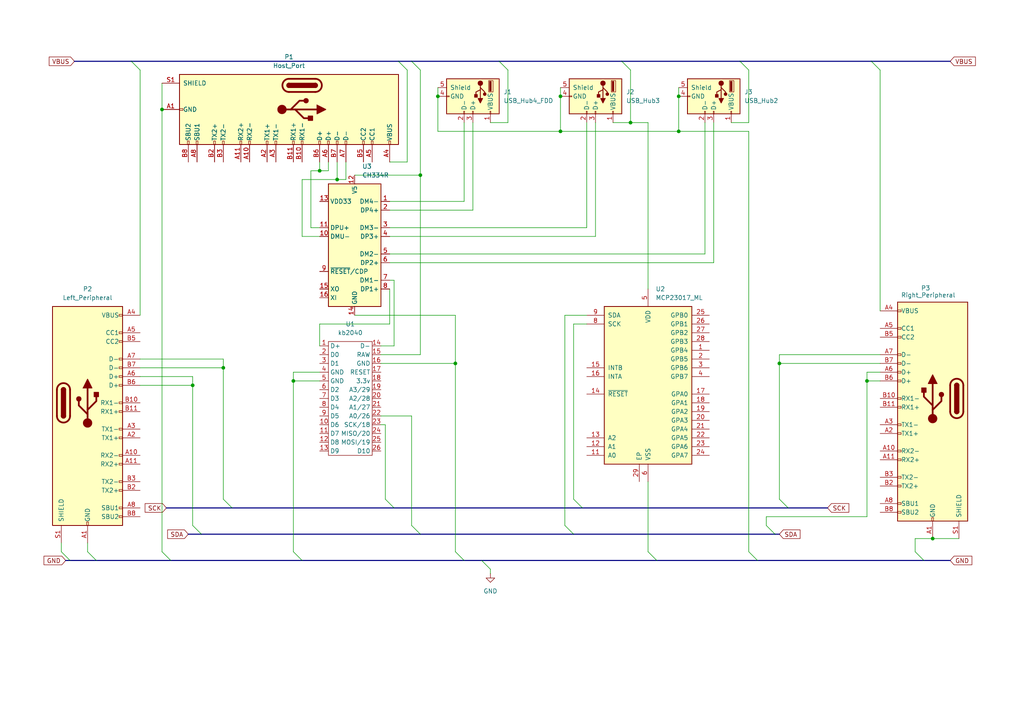
<source format=kicad_sch>
(kicad_sch (version 20231120) (generator "eeschema") (generator_version "8.0")
  (paper "A4")
  (lib_symbols
    (symbol "Connector:USB_A" (pin_names (offset 1.016))
      (property "Reference" "J" (at -5.08 11.43 0))
      (property "Value" "USB_A" (at -5.08 8.89 0))
      (symbol "USB_A_0_1"
        (rectangle (start -5.08 -7.62) (end 5.08 7.62) (stroke (width 0.254)) (fill (type background)))
        (circle (center -3.81 2.159) (radius 0.635) (stroke (width 0.254)) (fill (type outline)))
        (rectangle (start -1.524 4.826) (end -4.318 5.334) (fill (type outline)))
        (rectangle (start -1.27 4.572) (end -4.572 5.842))
        (circle (center -0.635 3.429) (radius 0.381) (stroke (width 0.254)) (fill (type outline)))
        (rectangle (start -0.127 -7.62) (end 0.127 -6.858))
        (polyline (pts (xy -3.175 2.159) (xy -2.54 2.159) (xy -1.27 3.429) (xy -0.635 3.429)) (stroke (width 0.254)))
        (polyline (pts (xy -2.54 2.159) (xy -1.905 2.159) (xy -1.27 0.889) (xy 0 0.889)) (stroke (width 0.254)))
        (polyline (pts (xy 0.635 2.794) (xy 0.635 1.524) (xy 1.905 2.159) (xy 0.635 2.794)) (stroke (width 0.254)) (fill (type outline)))
        (rectangle (start 0.254 1.27) (end -0.508 0.508) (stroke (width 0.254)) (fill (type outline)))
        (rectangle (start 5.08 -2.667) (end 4.318 -2.413))
        (rectangle (start 5.08 -0.127) (end 4.318 0.127))
        (rectangle (start 5.08 4.953) (end 4.318 5.207))
      )
      (symbol "USB_A_1_1"
        (polyline (pts (xy -1.905 2.159) (xy 0.635 2.159)) (stroke (width 0.254)))
        (pin power_in line (at 7.62 5.08 180) (length 2.54) (name "VBUS") (number "1"))
        (pin bidirectional line (at 7.62 -2.54 180) (length 2.54) (name "D-") (number "2"))
        (pin bidirectional line (at 7.62 0 180) (length 2.54) (name "D+") (number "3"))
        (pin power_in line (at 0 -10.16 90) (length 2.54) (name "GND") (number "4"))
        (pin passive line (at -2.54 -10.16 90) (length 2.54) (name "Shield") (number "5"))
      )
    )
    (symbol "Connector:USB_C_Receptacle" (pin_names (offset 1.016))
      (property "Reference" "J" (at -10.16 29.21 0))
      (property "Value" "USB_C_Receptacle" (at 10.16 29.21 0))
      (symbol "USB_C_Receptacle_0_0"
        (rectangle (start -0.254 -35.56) (end 0.254 -34.544))
        (rectangle (start 10.16 -32.766) (end 9.144 -33.274))
        (rectangle (start 10.16 -30.226) (end 9.144 -30.734))
        (rectangle (start 10.16 -25.146) (end 9.144 -25.654))
        (rectangle (start 10.16 -22.606) (end 9.144 -23.114))
        (rectangle (start 10.16 -17.526) (end 9.144 -18.034))
        (rectangle (start 10.16 -14.986) (end 9.144 -15.494))
        (rectangle (start 10.16 -9.906) (end 9.144 -10.414))
        (rectangle (start 10.16 -7.366) (end 9.144 -7.874))
        (rectangle (start 10.16 -2.286) (end 9.144 -2.794))
        (rectangle (start 10.16 0.254) (end 9.144 -0.254))
        (rectangle (start 10.16 5.334) (end 9.144 4.826))
        (rectangle (start 10.16 7.874) (end 9.144 7.366))
        (rectangle (start 10.16 10.414) (end 9.144 9.906))
        (rectangle (start 10.16 12.954) (end 9.144 12.446))
        (rectangle (start 10.16 18.034) (end 9.144 17.526))
        (rectangle (start 10.16 20.574) (end 9.144 20.066))
        (rectangle (start 10.16 25.654) (end 9.144 25.146))
      )
      (symbol "USB_C_Receptacle_0_1"
        (rectangle (start -10.16 27.94) (end 10.16 -35.56) (stroke (width 0.254)) (fill (type background)))
        (arc (start -8.89 -3.81) (mid -6.985 -5.7067) (end -5.08 -3.81) (stroke (width 0.508)))
        (arc (start -7.62 -3.81) (mid -6.985 -4.4423) (end -6.35 -3.81) (stroke (width 0.254)))
        (arc (start -7.62 -3.81) (mid -6.985 -4.4423) (end -6.35 -3.81) (stroke (width 0.254)) (fill (type outline)))
        (rectangle (start -7.62 -3.81) (end -6.35 3.81) (stroke (width 0.254)) (fill (type outline)))
        (arc (start -6.35 3.81) (mid -6.985 4.4423) (end -7.62 3.81) (stroke (width 0.254)))
        (arc (start -6.35 3.81) (mid -6.985 4.4423) (end -7.62 3.81) (stroke (width 0.254)) (fill (type outline)))
        (arc (start -5.08 3.81) (mid -6.985 5.7067) (end -8.89 3.81) (stroke (width 0.508)))
        (polyline (pts (xy -8.89 -3.81) (xy -8.89 3.81)) (stroke (width 0.508)))
        (polyline (pts (xy -5.08 3.81) (xy -5.08 -3.81)) (stroke (width 0.508)))
      )
      (symbol "USB_C_Receptacle_1_1"
        (circle (center -2.54 1.143) (radius 0.635) (stroke (width 0.254)) (fill (type outline)))
        (circle (center 0 -5.842) (radius 1.27) (fill (type outline)))
        (polyline (pts (xy 0 -5.842) (xy 0 4.318)) (stroke (width 0.508)))
        (polyline (pts (xy 0 -3.302) (xy -2.54 -0.762) (xy -2.54 0.508)) (stroke (width 0.508)))
        (polyline (pts (xy 0 -2.032) (xy 2.54 0.508) (xy 2.54 1.778)) (stroke (width 0.508)))
        (polyline (pts (xy -1.27 4.318) (xy 0 6.858) (xy 1.27 4.318) (xy -1.27 4.318)) (stroke (width 0.254)) (fill (type outline)))
        (rectangle (start 1.905 1.778) (end 3.175 3.048) (stroke (width 0.254)) (fill (type outline)))
        (pin passive line (at 0 -40.64 90) (length 5.08) (name "GND") (number "A1"))
        (pin bidirectional line (at 15.24 -15.24 180) (length 5.08) (name "RX2-") (number "A10"))
        (pin bidirectional line (at 15.24 -17.78 180) (length 5.08) (name "RX2+") (number "A11"))
        (pin passive line (at 0 -40.64 90) (length 5.08) hide (name "GND") (number "A12"))
        (pin bidirectional line (at 15.24 -10.16 180) (length 5.08) (name "TX1+") (number "A2"))
        (pin bidirectional line (at 15.24 -7.62 180) (length 5.08) (name "TX1-") (number "A3"))
        (pin passive line (at 15.24 25.4 180) (length 5.08) (name "VBUS") (number "A4"))
        (pin bidirectional line (at 15.24 20.32 180) (length 5.08) (name "CC1") (number "A5"))
        (pin bidirectional line (at 15.24 7.62 180) (length 5.08) (name "D+") (number "A6"))
        (pin bidirectional line (at 15.24 12.7 180) (length 5.08) (name "D-") (number "A7"))
        (pin bidirectional line (at 15.24 -30.48 180) (length 5.08) (name "SBU1") (number "A8"))
        (pin passive line (at 15.24 25.4 180) (length 5.08) hide (name "VBUS") (number "A9"))
        (pin passive line (at 0 -40.64 90) (length 5.08) hide (name "GND") (number "B1"))
        (pin bidirectional line (at 15.24 0 180) (length 5.08) (name "RX1-") (number "B10"))
        (pin bidirectional line (at 15.24 -2.54 180) (length 5.08) (name "RX1+") (number "B11"))
        (pin passive line (at 0 -40.64 90) (length 5.08) hide (name "GND") (number "B12"))
        (pin bidirectional line (at 15.24 -25.4 180) (length 5.08) (name "TX2+") (number "B2"))
        (pin bidirectional line (at 15.24 -22.86 180) (length 5.08) (name "TX2-") (number "B3"))
        (pin passive line (at 15.24 25.4 180) (length 5.08) hide (name "VBUS") (number "B4"))
        (pin bidirectional line (at 15.24 17.78 180) (length 5.08) (name "CC2") (number "B5"))
        (pin bidirectional line (at 15.24 5.08 180) (length 5.08) (name "D+") (number "B6"))
        (pin bidirectional line (at 15.24 10.16 180) (length 5.08) (name "D-") (number "B7"))
        (pin bidirectional line (at 15.24 -33.02 180) (length 5.08) (name "SBU2") (number "B8"))
        (pin passive line (at 15.24 25.4 180) (length 5.08) hide (name "VBUS") (number "B9"))
        (pin passive line (at -7.62 -40.64 90) (length 5.08) (name "SHIELD") (number "S1"))
      )
    )
    (symbol "Interface_Expansion:MCP23017_ML" (pin_names (offset 1.016))
      (property "Reference" "U" (at -11.43 24.13 0))
      (property "Value" "MCP23017_ML" (at 0 0 0))
      (symbol "MCP23017_ML_0_1"
        (rectangle (start -12.7 22.86) (end 12.7 -22.86) (stroke (width 0.254)) (fill (type background)))
      )
      (symbol "MCP23017_ML_1_1"
        (pin bidirectional line (at 17.78 10.16 180) (length 5.08) (name "GPB4") (number "1"))
        (pin no_connect line (at -12.7 12.7 0) (length 5.08) hide (name "NC") (number "10"))
        (pin input line (at -17.78 -20.32 0) (length 5.08) (name "A0") (number "11"))
        (pin input line (at -17.78 -17.78 0) (length 5.08) (name "A1") (number "12"))
        (pin input line (at -17.78 -15.24 0) (length 5.08) (name "A2") (number "13"))
        (pin input line (at -17.78 -2.54 0) (length 5.08) (name "~{RESET}") (number "14"))
        (pin tri_state line (at -17.78 5.08 0) (length 5.08) (name "INTB") (number "15"))
        (pin tri_state line (at -17.78 2.54 0) (length 5.08) (name "INTA") (number "16"))
        (pin bidirectional line (at 17.78 -2.54 180) (length 5.08) (name "GPA0") (number "17"))
        (pin bidirectional line (at 17.78 -5.08 180) (length 5.08) (name "GPA1") (number "18"))
        (pin bidirectional line (at 17.78 -7.62 180) (length 5.08) (name "GPA2") (number "19"))
        (pin bidirectional line (at 17.78 7.62 180) (length 5.08) (name "GPB5") (number "2"))
        (pin bidirectional line (at 17.78 -10.16 180) (length 5.08) (name "GPA3") (number "20"))
        (pin bidirectional line (at 17.78 -12.7 180) (length 5.08) (name "GPA4") (number "21"))
        (pin bidirectional line (at 17.78 -15.24 180) (length 5.08) (name "GPA5") (number "22"))
        (pin bidirectional line (at 17.78 -17.78 180) (length 5.08) (name "GPA6") (number "23"))
        (pin bidirectional line (at 17.78 -20.32 180) (length 5.08) (name "GPA7") (number "24"))
        (pin bidirectional line (at 17.78 20.32 180) (length 5.08) (name "GPB0") (number "25"))
        (pin bidirectional line (at 17.78 17.78 180) (length 5.08) (name "GPB1") (number "26"))
        (pin bidirectional line (at 17.78 15.24 180) (length 5.08) (name "GPB2") (number "27"))
        (pin bidirectional line (at 17.78 12.7 180) (length 5.08) (name "GPB3") (number "28"))
        (pin passive line (at -2.54 -27.94 90) (length 5.08) (name "EP") (number "29"))
        (pin bidirectional line (at 17.78 5.08 180) (length 5.08) (name "GPB6") (number "3"))
        (pin bidirectional line (at 17.78 2.54 180) (length 5.08) (name "GPB7") (number "4"))
        (pin power_in line (at 0 27.94 270) (length 5.08) (name "VDD") (number "5"))
        (pin power_in line (at 0 -27.94 90) (length 5.08) (name "VSS") (number "6"))
        (pin no_connect line (at -12.7 15.24 0) (length 5.08) hide (name "NC") (number "7"))
        (pin input line (at -17.78 17.78 0) (length 5.08) (name "SCK") (number "8"))
        (pin bidirectional line (at -17.78 20.32 0) (length 5.08) (name "SDA") (number "9"))
      )
    )
    (symbol "Interface_USB:CH334R"
      (property "Reference" "U" (at -7.62 20.32 0))
      (property "Value" "CH334R" (at 2.54 20.32 0))
      (symbol "CH334R_0_1"
        (rectangle (start -7.62 17.78) (end 7.62 -17.78) (stroke (width 0.254)) (fill (type background)))
      )
      (symbol "CH334R_1_1"
        (pin bidirectional line (at 10.16 12.7 180) (length 2.54) (name "DM4-") (number "1"))
        (pin bidirectional line (at -10.16 2.54 0) (length 2.54) (name "DMU-") (number "10"))
        (pin bidirectional line (at -10.16 5.08 0) (length 2.54) (name "DPU+") (number "11"))
        (pin power_in line (at 0 20.32 270) (length 2.54) (name "V5") (number "12"))
        (pin passive line (at -10.16 12.7 0) (length 2.54) (name "VDD33") (number "13"))
        (pin power_in line (at 0 -20.32 90) (length 2.54) (name "GND") (number "14"))
        (pin passive line (at -10.16 -12.7 0) (length 2.54) (name "XO") (number "15"))
        (pin passive line (at -10.16 -15.24 0) (length 2.54) (name "XI") (number "16"))
        (pin bidirectional line (at 10.16 10.16 180) (length 2.54) (name "DP4+") (number "2"))
        (pin bidirectional line (at 10.16 5.08 180) (length 2.54) (name "DM3-") (number "3"))
        (pin bidirectional line (at 10.16 2.54 180) (length 2.54) (name "DP3+") (number "4"))
        (pin bidirectional line (at 10.16 -2.54 180) (length 2.54) (name "DM2-") (number "5"))
        (pin bidirectional line (at 10.16 -5.08 180) (length 2.54) (name "DP2+") (number "6"))
        (pin bidirectional line (at 10.16 -10.16 180) (length 2.54) (name "DM1-") (number "7"))
        (pin bidirectional line (at 10.16 -12.7 180) (length 2.54) (name "DP1+") (number "8"))
        (pin input line (at -10.16 -7.62 0) (length 2.54) (name "~{RESET}/CDP") (number "9"))
      )
    )
    (symbol "kb2040:kb2040"
      (property "Reference" "U" (at 0 0 0))
      (property "Value" "kb2040" (at 0 -2.54 0))
      (property "Footprint" "kb2040" (at 0 0 0))
      (symbol "kb2040_0_1"
        (rectangle (start 0 -3.81) (end 12.7 -36.83) (stroke (width 0.1524)))
      )
      (symbol "kb2040_1_1"
        (pin bidirectional line (at -2.54 -5.08 0) (length 2.54) (name "D+") (number "1"))
        (pin bidirectional line (at -2.54 -27.94 0) (length 2.54) (name "D6") (number "10"))
        (pin bidirectional line (at -2.54 -30.48 0) (length 2.54) (name "D7") (number "11"))
        (pin bidirectional line (at -2.54 -33.02 0) (length 2.54) (name "D8") (number "12"))
        (pin bidirectional line (at -2.54 -35.56 0) (length 2.54) (name "D9") (number "13"))
        (pin bidirectional line (at 15.24 -5.08 180) (length 2.54) (name "D-") (number "14"))
        (pin bidirectional line (at 15.24 -7.62 180) (length 2.54) (name "RAW") (number "15"))
        (pin bidirectional line (at 15.24 -10.16 180) (length 2.54) (name "GND") (number "16"))
        (pin bidirectional line (at 15.24 -12.7 180) (length 2.54) (name "RESET") (number "17"))
        (pin bidirectional line (at 15.24 -15.24 180) (length 2.54) (name "3.3v") (number "18"))
        (pin bidirectional line (at 15.24 -17.78 180) (length 2.54) (name "A3/29") (number "19"))
        (pin bidirectional line (at -2.54 -7.62 0) (length 2.54) (name "D0") (number "2"))
        (pin bidirectional line (at 15.24 -20.32 180) (length 2.54) (name "A2/28") (number "20"))
        (pin bidirectional line (at 15.24 -22.86 180) (length 2.54) (name "A1/27") (number "21"))
        (pin bidirectional line (at 15.24 -25.4 180) (length 2.54) (name "A0/26") (number "22"))
        (pin bidirectional line (at 15.24 -27.94 180) (length 2.54) (name "SCK/18") (number "23"))
        (pin bidirectional line (at 15.24 -30.48 180) (length 2.54) (name "MISO/20") (number "24"))
        (pin bidirectional line (at 15.24 -33.02 180) (length 2.54) (name "MOSI/19") (number "25"))
        (pin bidirectional line (at 15.24 -35.56 180) (length 2.54) (name "D10") (number "26"))
        (pin bidirectional line (at -2.54 -10.16 0) (length 2.54) (name "D1") (number "3"))
        (pin bidirectional line (at -2.54 -12.7 0) (length 2.54) (name "GND") (number "4"))
        (pin bidirectional line (at -2.54 -15.24 0) (length 2.54) (name "GND") (number "5"))
        (pin bidirectional line (at -2.54 -17.78 0) (length 2.54) (name "D2") (number "6"))
        (pin bidirectional line (at -2.54 -20.32 0) (length 2.54) (name "D3") (number "7"))
        (pin bidirectional line (at -2.54 -22.86 0) (length 2.54) (name "D4") (number "8"))
        (pin bidirectional line (at -2.54 -25.4 0) (length 2.54) (name "D5") (number "9"))
      )
    )
    (symbol "power:GND" (power) (pin_numbers hide) (pin_names (offset 0) hide)
      (property "Value" "GND" (at 0 -3.81 0))
      (symbol "GND_0_1"
        (polyline (pts (xy 0 0) (xy 0 -1.27) (xy 1.27 -1.27) (xy 0 -2.54) (xy -1.27 -1.27) (xy 0 -1.27)))
      )
      (symbol "GND_1_1"
        (pin power_in line (at 0 0 270) (length 0) (name "~") (number "1"))
      )
    )
  )
  (junction (at 55.88 111.76))
  (junction (at 196.85 38.1))
  (junction (at 121.92 50.8))
  (junction (at 97.79 52.07))
  (junction (at 196.85 27.94))
  (junction (at 270.51 156.21))
  (junction (at 46.99 31.75))
  (junction (at 162.56 27.94))
  (junction (at 127 27.94))
  (junction (at 226.06 105.41))
  (junction (at 251.46 110.49))
  (junction (at 85.09 110.49))
  (junction (at 92.71 49.53))
  (junction (at 132.08 105.41))
  (junction (at 64.77 106.68))
  (junction (at 162.56 38.1))
  (junction (at 182.88 35.56))
  (bus_entry (at 46.99 160.02) (size 2.54 2.54))
  (bus_entry (at 64.77 144.78) (size 2.54 2.54))
  (bus_entry (at 187.96 160.02) (size 2.54 2.54))
  (bus_entry (at 132.08 160.02) (size 2.54 2.54))
  (bus_entry (at 265.43 160.02) (size 2.54 2.54))
  (bus_entry (at 119.38 152.4) (size 2.54 2.54))
  (bus_entry (at 85.09 160.02) (size 2.54 2.54))
  (bus_entry (at 214.63 17.78) (size 2.54 2.54))
  (bus_entry (at 119.38 17.78) (size 2.54 2.54))
  (bus_entry (at 55.88 152.4) (size 2.54 2.54))
  (bus_entry (at 217.17 160.02) (size 2.54 2.54))
  (bus_entry (at 180.34 17.78) (size 2.54 2.54))
  (bus_entry (at 111.76 144.78) (size 2.54 2.54))
  (bus_entry (at 222.25 152.4) (size 2.54 2.54))
  (bus_entry (at 17.78 160.02) (size 2.54 2.54))
  (bus_entry (at 139.7 162.56) (size 2.54 2.54))
  (bus_entry (at 25.4 160.02) (size 2.54 2.54))
  (bus_entry (at 115.57 17.78) (size 2.54 2.54))
  (bus_entry (at 144.78 17.78) (size 2.54 2.54))
  (bus_entry (at 252.73 17.78) (size 2.54 2.54))
  (bus_entry (at 163.83 152.4) (size 2.54 2.54))
  (bus_entry (at 166.37 144.78) (size 2.54 2.54))
  (bus_entry (at 38.1 17.78) (size 2.54 2.54))
  (bus_entry (at 226.06 144.78) (size 2.54 2.54))
  (wire (pts (xy 110.49 120.65) (xy 119.38 120.65)))
  (wire (pts (xy 113.03 93.98) (xy 92.71 93.98)))
  (wire (pts (xy 196.85 38.1) (xy 196.85 27.94)))
  (wire (pts (xy 251.46 110.49) (xy 255.27 110.49)))
  (wire (pts (xy 121.92 102.87) (xy 121.92 50.8)))
  (wire (pts (xy 121.92 50.8) (xy 102.87 50.8)))
  (bus (pts (xy 115.57 17.78) (xy 119.38 17.78)))
  (bus (pts (xy 20.32 162.56) (xy 27.94 162.56)))
  (wire (pts (xy 265.43 156.21) (xy 265.43 160.02)))
  (wire (pts (xy 170.18 66.04) (xy 170.18 35.56)))
  (wire (pts (xy 92.71 66.04) (xy 90.17 66.04)))
  (wire (pts (xy 177.8 35.56) (xy 182.88 35.56)))
  (wire (pts (xy 85.09 107.95) (xy 85.09 110.49)))
  (wire (pts (xy 119.38 120.65) (xy 119.38 152.4)))
  (wire (pts (xy 162.56 27.94) (xy 162.56 38.1)))
  (wire (pts (xy 113.03 66.04) (xy 170.18 66.04)))
  (wire (pts (xy 113.03 60.96) (xy 137.16 60.96)))
  (wire (pts (xy 127 38.1) (xy 162.56 38.1)))
  (wire (pts (xy 90.17 49.53) (xy 92.71 49.53)))
  (wire (pts (xy 196.85 27.94) (xy 196.85 25.4)))
  (bus (pts (xy 252.73 17.78) (xy 275.59 17.78)))
  (wire (pts (xy 163.83 91.44) (xy 170.18 91.44)))
  (wire (pts (xy 92.71 107.95) (xy 85.09 107.95)))
  (wire (pts (xy 64.77 106.68) (xy 64.77 104.14)))
  (wire (pts (xy 121.92 20.32) (xy 121.92 50.8)))
  (wire (pts (xy 114.3 100.33) (xy 110.49 100.33)))
  (bus (pts (xy 134.62 162.56) (xy 139.7 162.56)))
  (bus (pts (xy 27.94 162.56) (xy 49.53 162.56)))
  (wire (pts (xy 110.49 102.87) (xy 121.92 102.87)))
  (wire (pts (xy 147.32 35.56) (xy 142.24 35.56)))
  (bus (pts (xy 224.79 154.94) (xy 226.06 154.94)))
  (wire (pts (xy 265.43 156.21) (xy 270.51 156.21)))
  (bus (pts (xy 180.34 17.78) (xy 214.63 17.78)))
  (wire (pts (xy 251.46 149.86) (xy 251.46 110.49)))
  (wire (pts (xy 162.56 25.4) (xy 162.56 27.94)))
  (wire (pts (xy 147.32 20.32) (xy 147.32 35.56)))
  (bus (pts (xy 168.91 147.32) (xy 228.6 147.32)))
  (wire (pts (xy 25.4 157.48) (xy 25.4 160.02)))
  (wire (pts (xy 251.46 107.95) (xy 255.27 107.95)))
  (wire (pts (xy 110.49 123.19) (xy 111.76 123.19)))
  (wire (pts (xy 142.24 165.1) (xy 142.24 166.37)))
  (wire (pts (xy 226.06 105.41) (xy 226.06 102.87)))
  (wire (pts (xy 55.88 111.76) (xy 55.88 152.4)))
  (wire (pts (xy 46.99 24.13) (xy 46.99 31.75)))
  (wire (pts (xy 55.88 109.22) (xy 55.88 111.76)))
  (wire (pts (xy 222.25 149.86) (xy 251.46 149.86)))
  (wire (pts (xy 162.56 38.1) (xy 196.85 38.1)))
  (wire (pts (xy 187.96 83.82) (xy 187.96 35.56)))
  (wire (pts (xy 64.77 104.14) (xy 40.64 104.14)))
  (bus (pts (xy 48.26 147.32) (xy 67.31 147.32)))
  (bus (pts (xy 87.63 162.56) (xy 134.62 162.56)))
  (wire (pts (xy 92.71 68.58) (xy 87.63 68.58)))
  (bus (pts (xy 67.31 147.32) (xy 114.3 147.32)))
  (bus (pts (xy 219.71 162.56) (xy 267.97 162.56)))
  (wire (pts (xy 102.87 91.44) (xy 132.08 91.44)))
  (wire (pts (xy 40.64 20.32) (xy 40.64 91.44)))
  (bus (pts (xy 114.3 147.32) (xy 168.91 147.32)))
  (wire (pts (xy 92.71 49.53) (xy 95.25 49.53)))
  (wire (pts (xy 172.72 68.58) (xy 172.72 35.56)))
  (wire (pts (xy 270.51 156.21) (xy 278.13 156.21)))
  (wire (pts (xy 217.17 160.02) (xy 217.17 38.1)))
  (wire (pts (xy 40.64 106.68) (xy 64.77 106.68)))
  (wire (pts (xy 255.27 20.32) (xy 255.27 90.17)))
  (bus (pts (xy 49.53 162.56) (xy 87.63 162.56)))
  (bus (pts (xy 38.1 17.78) (xy 115.57 17.78)))
  (wire (pts (xy 85.09 110.49) (xy 85.09 160.02)))
  (wire (pts (xy 113.03 81.28) (xy 114.3 81.28)))
  (wire (pts (xy 132.08 91.44) (xy 132.08 105.41)))
  (wire (pts (xy 113.03 83.82) (xy 113.03 93.98)))
  (wire (pts (xy 204.47 73.66) (xy 204.47 35.56)))
  (wire (pts (xy 182.88 35.56) (xy 182.88 20.32)))
  (wire (pts (xy 113.03 58.42) (xy 134.62 58.42)))
  (wire (pts (xy 92.71 93.98) (xy 92.71 100.33)))
  (bus (pts (xy 166.37 154.94) (xy 224.79 154.94)))
  (bus (pts (xy 267.97 162.56) (xy 275.59 162.56)))
  (wire (pts (xy 134.62 58.42) (xy 134.62 35.56)))
  (wire (pts (xy 100.33 46.99) (xy 100.33 52.07)))
  (wire (pts (xy 111.76 123.19) (xy 111.76 144.78)))
  (bus (pts (xy 121.92 154.94) (xy 166.37 154.94)))
  (wire (pts (xy 251.46 110.49) (xy 251.46 107.95)))
  (wire (pts (xy 187.96 160.02) (xy 187.96 139.7)))
  (wire (pts (xy 226.06 144.78) (xy 226.06 105.41)))
  (wire (pts (xy 114.3 81.28) (xy 114.3 100.33)))
  (wire (pts (xy 87.63 68.58) (xy 87.63 52.07)))
  (wire (pts (xy 132.08 105.41) (xy 132.08 160.02)))
  (wire (pts (xy 92.71 46.99) (xy 92.71 49.53)))
  (wire (pts (xy 127 27.94) (xy 127 38.1)))
  (wire (pts (xy 127 25.4) (xy 127 27.94)))
  (wire (pts (xy 100.33 52.07) (xy 97.79 52.07)))
  (bus (pts (xy 119.38 17.78) (xy 144.78 17.78)))
  (wire (pts (xy 226.06 102.87) (xy 255.27 102.87)))
  (bus (pts (xy 21.59 17.78) (xy 38.1 17.78)))
  (wire (pts (xy 97.79 52.07) (xy 97.79 46.99)))
  (wire (pts (xy 95.25 49.53) (xy 95.25 46.99)))
  (wire (pts (xy 90.17 66.04) (xy 90.17 49.53)))
  (wire (pts (xy 40.64 109.22) (xy 55.88 109.22)))
  (wire (pts (xy 163.83 152.4) (xy 163.83 91.44)))
  (wire (pts (xy 113.03 46.99) (xy 118.11 46.99)))
  (bus (pts (xy 190.5 162.56) (xy 219.71 162.56)))
  (wire (pts (xy 166.37 144.78) (xy 166.37 93.98)))
  (wire (pts (xy 110.49 105.41) (xy 132.08 105.41)))
  (wire (pts (xy 113.03 68.58) (xy 172.72 68.58)))
  (wire (pts (xy 187.96 35.56) (xy 182.88 35.56)))
  (wire (pts (xy 166.37 93.98) (xy 170.18 93.98)))
  (wire (pts (xy 85.09 110.49) (xy 92.71 110.49)))
  (wire (pts (xy 113.03 73.66) (xy 204.47 73.66)))
  (wire (pts (xy 118.11 46.99) (xy 118.11 20.32)))
  (bus (pts (xy 58.42 154.94) (xy 121.92 154.94)))
  (wire (pts (xy 217.17 38.1) (xy 196.85 38.1)))
  (wire (pts (xy 64.77 144.78) (xy 64.77 106.68)))
  (wire (pts (xy 217.17 20.32) (xy 217.17 35.56)))
  (bus (pts (xy 144.78 17.78) (xy 180.34 17.78)))
  (wire (pts (xy 87.63 52.07) (xy 97.79 52.07)))
  (bus (pts (xy 214.63 17.78) (xy 252.73 17.78)))
  (wire (pts (xy 137.16 60.96) (xy 137.16 35.56)))
  (wire (pts (xy 222.25 152.4) (xy 222.25 149.86)))
  (bus (pts (xy 139.7 162.56) (xy 190.5 162.56)))
  (wire (pts (xy 40.64 111.76) (xy 55.88 111.76)))
  (wire (pts (xy 113.03 76.2) (xy 207.01 76.2)))
  (wire (pts (xy 17.78 157.48) (xy 17.78 160.02)))
  (bus (pts (xy 54.61 154.94) (xy 58.42 154.94)))
  (wire (pts (xy 217.17 35.56) (xy 212.09 35.56)))
  (wire (pts (xy 226.06 105.41) (xy 255.27 105.41)))
  (wire (pts (xy 207.01 76.2) (xy 207.01 35.56)))
  (bus (pts (xy 228.6 147.32) (xy 240.03 147.32)))
  (bus (pts (xy 19.05 162.56) (xy 20.32 162.56)))
  (wire (pts (xy 46.99 31.75) (xy 46.99 160.02)))
  (global_label "VBUS" (shape input) (at 21.59 17.78 180) (property "Intersheetrefs" "${INTERSHEET_REFS}" (effects (hide yes))))
  (global_label "GND" (shape input) (at 275.59 162.56 0) (property "Intersheetrefs" "${INTERSHEET_REFS}" (effects (hide yes))))
  (global_label "SDA" (shape input) (at 226.06 154.94 0) (property "Intersheetrefs" "${INTERSHEET_REFS}" (effects (hide yes))))
  (global_label "SCK" (shape input) (at 48.26 147.32 180) (property "Intersheetrefs" "${INTERSHEET_REFS}" (effects (hide yes))))
  (global_label "SCK" (shape input) (at 240.03 147.32 0) (property "Intersheetrefs" "${INTERSHEET_REFS}" (effects (hide yes))))
  (global_label "GND" (shape input) (at 19.05 162.56 180) (property "Intersheetrefs" "${INTERSHEET_REFS}" (effects (hide yes))))
  (global_label "SDA" (shape input) (at 54.61 154.94 180) (property "Intersheetrefs" "${INTERSHEET_REFS}" (effects (hide yes))))
  (global_label "VBUS" (shape input) (at 275.59 17.78 0) (property "Intersheetrefs" "${INTERSHEET_REFS}" (effects (hide yes))))
  (symbol (lib_id "Connector:USB_A") (at 207.01 27.94 270) (unit 1)
    (property "Reference" "J3" (at 215.9 26.6699 90) (effects (justify left)))
    (property "Value" "USB_Hub2" (at 215.9 29.2099 90) (effects (justify left)))
    (property "Description" "USB Type A connector" (effects (hide yes)))
  )
  (symbol (lib_id "Connector:USB_C_Receptacle") (at 25.4 116.84 0) (unit 1)
    (property "Reference" "P2" (at 25.4 83.82 0))
    (property "Value" "Left_Peripheral" (at 25.4 86.36 0))
    (property "Datasheet" "https://www.usb.org/sites/default/files/documents/usb_type-c.zip" (effects (hide yes)))
    (property "Description" "USB Full-Featured Type-C Receptacle connector" (effects (hide yes)))
  )
  (symbol (lib_id "Interface_Expansion:MCP23017_ML") (at 187.96 111.76 0) (unit 1)
    (property "Reference" "U2" (at 190.1541 83.82 0) (effects (justify left)))
    (property "Value" "MCP23017_ML" (at 190.1541 86.36 0) (effects (justify left)))
    (property "Footprint" "Package_DFN_QFN:QFN-28-1EP_6x6mm_P0.65mm_EP4.25x4.25mm" (effects (hide yes)))
    (property "Datasheet" "http://ww1.microchip.com/downloads/en/DeviceDoc/20001952C.pdf" (effects (hide yes)))
    (property "Description" "16-bit I/O expander, I2C, interrupts, w pull-ups, QFN-28" (effects (hide yes)))
  )
  (symbol (lib_id "Interface_USB:CH334R") (at 102.87 71.12 0) (unit 1)
    (property "Reference" "U3" (at 105.0641 48.26 0) (effects (justify left)))
    (property "Value" "CH334R" (at 105.0641 50.8 0) (effects (justify left)))
    (property "Footprint" "Package_SO:QSOP-16_3.9x4.9mm_P0.635mm" (effects (hide yes)))
    (property "Datasheet" "https://www.wch-ic.com/downloads/file/327.html" (effects (hide yes)))
    (property "Description" "USB HUB controller, UART, QSOP-16" (effects (hide yes)))
  )
  (symbol (lib_id "power:GND") (at 142.24 166.37 0) (unit 1)
    (property "Reference" "#PWR01" (effects (hide yes)))
    (property "Value" "GND" (at 142.24 171.45 0))
    (property "Description" "Power symbol creates a global label with name \"GND\" , ground" (effects (hide yes)))
  )
  (symbol (lib_id "kb2040:kb2040") (at 95.25 95.25 0) (unit 1)
    (property "Reference" "U1" (at 101.6 93.98 0))
    (property "Value" "kb2040" (at 101.6 96.52 0))
    (property "Footprint" "kb2040" (effects (hide yes)))
  )
  (symbol (lib_id "Connector:USB_C_Receptacle") (at 270.51 115.57 0) (mirror y) (unit 1)
    (property "Reference" "P3" (at 268.478 83.566 0))
    (property "Value" "Right_Peripheral" (at 269.24 85.598 0))
    (property "Datasheet" "https://www.usb.org/sites/default/files/documents/usb_type-c.zip" (effects (hide yes)))
    (property "Description" "USB Full-Featured Type-C Receptacle connector" (effects (hide yes)))
  )
  (symbol (lib_id "Connector:USB_A") (at 137.16 27.94 270) (unit 1)
    (property "Reference" "J1" (at 146.05 26.6699 90) (effects (justify left)))
    (property "Value" "USB_Hub4_FDD" (at 146.05 29.2099 90) (effects (justify left)))
    (property "Description" "USB Type A connector" (effects (hide yes)))
  )
  (symbol (lib_id "Connector:USB_A") (at 172.72 27.94 270) (unit 1)
    (property "Reference" "J2" (at 181.61 26.6699 90) (effects (justify left)))
    (property "Value" "USB_Hub3" (at 181.61 29.2099 90) (effects (justify left)))
    (property "Description" "USB Type A connector" (effects (hide yes)))
  )
  (symbol (lib_id "Connector:USB_C_Receptacle") (at 87.63 31.75 270) (unit 1)
    (property "Reference" "P1" (at 83.82 16.51 90))
    (property "Value" "Host_Port" (at 83.82 19.05 90))
    (property "Datasheet" "https://www.usb.org/sites/default/files/documents/usb_type-c.zip" (effects (hide yes)))
    (property "Description" "USB Full-Featured Type-C Receptacle connector" (effects (hide yes)))
  )
)
</source>
